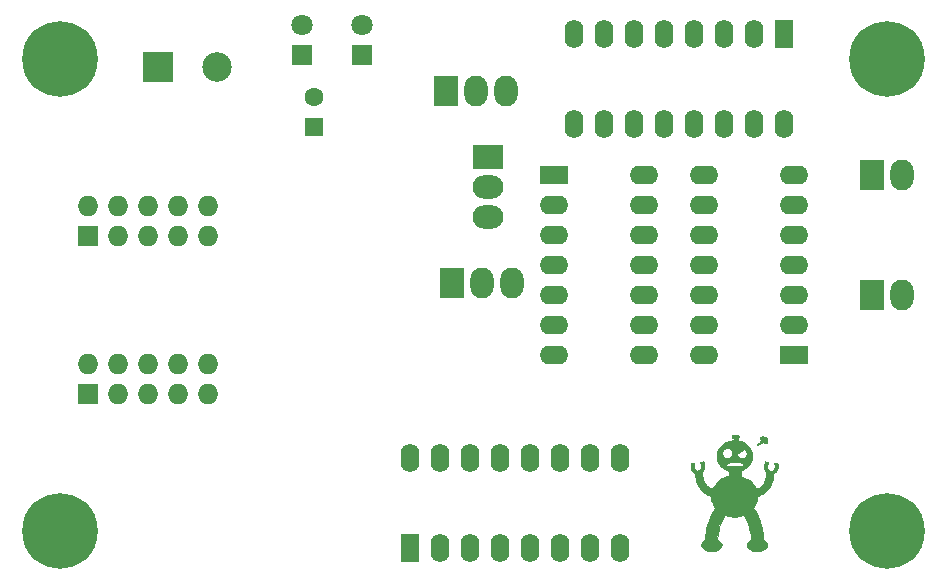
<source format=gts>
%TF.GenerationSoftware,KiCad,Pcbnew,(2017-10-29 revision a6f84051e)-master*%
%TF.CreationDate,2018-04-26T10:12:28+02:00*%
%TF.ProjectId,ledbox,6C6564626F782E6B696361645F706362,rev?*%
%TF.SameCoordinates,Original*%
%TF.FileFunction,Soldermask,Top*%
%TF.FilePolarity,Negative*%
%FSLAX46Y46*%
G04 Gerber Fmt 4.6, Leading zero omitted, Abs format (unit mm)*
G04 Created by KiCad (PCBNEW (2017-10-29 revision a6f84051e)-master) date Thursday, 26 April 2018 'AMt' 10:12:28*
%MOMM*%
%LPD*%
G01*
G04 APERTURE LIST*
%ADD10C,0.010000*%
%ADD11C,6.400000*%
%ADD12C,0.800000*%
%ADD13R,1.600000X1.600000*%
%ADD14C,1.600000*%
%ADD15R,1.800000X1.800000*%
%ADD16C,1.800000*%
%ADD17O,2.600000X2.000000*%
%ADD18R,2.600000X2.000000*%
%ADD19R,2.500000X2.500000*%
%ADD20C,2.500000*%
%ADD21R,2.000000X2.600000*%
%ADD22O,2.000000X2.600000*%
%ADD23R,1.600000X2.400000*%
%ADD24O,1.600000X2.400000*%
%ADD25R,2.400000X1.600000*%
%ADD26O,2.400000X1.600000*%
%ADD27O,1.727200X1.727200*%
%ADD28R,1.727200X1.727200*%
G04 APERTURE END LIST*
D10*
%TO.C,G\002A\002A\002A*%
G36*
X164468120Y-136964691D02*
X164511376Y-136989392D01*
X164535856Y-137022929D01*
X164550418Y-137051035D01*
X164559230Y-137067075D01*
X164559915Y-137068091D01*
X164572130Y-137065839D01*
X164599126Y-137056115D01*
X164608692Y-137052216D01*
X164664223Y-137035516D01*
X164709298Y-137038442D01*
X164750376Y-137061677D01*
X164757683Y-137067925D01*
X164791806Y-137113639D01*
X164806092Y-137167741D01*
X164799227Y-137222554D01*
X164788263Y-137246472D01*
X164765635Y-137284778D01*
X164813235Y-137329670D01*
X164845399Y-137365959D01*
X164854838Y-137392990D01*
X164854021Y-137397456D01*
X164845875Y-137427283D01*
X164838825Y-137455475D01*
X164822622Y-137488976D01*
X164798410Y-137515800D01*
X164759048Y-137536977D01*
X164715653Y-137539475D01*
X164664620Y-137522712D01*
X164602347Y-137486105D01*
X164598399Y-137483418D01*
X164514292Y-137425837D01*
X164340421Y-137517129D01*
X164272381Y-137552928D01*
X164205087Y-137588465D01*
X164145070Y-137620283D01*
X164098862Y-137644923D01*
X164087718Y-137650910D01*
X164043670Y-137674423D01*
X164016844Y-137687480D01*
X164002142Y-137691756D01*
X163994469Y-137688926D01*
X163990148Y-137682963D01*
X163995925Y-137670366D01*
X164016200Y-137642896D01*
X164048069Y-137604178D01*
X164088624Y-137557836D01*
X164104698Y-137540088D01*
X164153102Y-137486767D01*
X164199470Y-137435083D01*
X164239021Y-137390403D01*
X164266974Y-137358097D01*
X164270305Y-137354130D01*
X164314913Y-137300610D01*
X164280794Y-137230873D01*
X164260966Y-137185552D01*
X164252941Y-137150472D01*
X164254512Y-137114682D01*
X164255764Y-137106593D01*
X164273986Y-137055519D01*
X164307362Y-137009679D01*
X164349801Y-136975084D01*
X164395212Y-136957744D01*
X164407557Y-136956800D01*
X164468120Y-136964691D01*
X164468120Y-136964691D01*
G37*
X164468120Y-136964691D02*
X164511376Y-136989392D01*
X164535856Y-137022929D01*
X164550418Y-137051035D01*
X164559230Y-137067075D01*
X164559915Y-137068091D01*
X164572130Y-137065839D01*
X164599126Y-137056115D01*
X164608692Y-137052216D01*
X164664223Y-137035516D01*
X164709298Y-137038442D01*
X164750376Y-137061677D01*
X164757683Y-137067925D01*
X164791806Y-137113639D01*
X164806092Y-137167741D01*
X164799227Y-137222554D01*
X164788263Y-137246472D01*
X164765635Y-137284778D01*
X164813235Y-137329670D01*
X164845399Y-137365959D01*
X164854838Y-137392990D01*
X164854021Y-137397456D01*
X164845875Y-137427283D01*
X164838825Y-137455475D01*
X164822622Y-137488976D01*
X164798410Y-137515800D01*
X164759048Y-137536977D01*
X164715653Y-137539475D01*
X164664620Y-137522712D01*
X164602347Y-137486105D01*
X164598399Y-137483418D01*
X164514292Y-137425837D01*
X164340421Y-137517129D01*
X164272381Y-137552928D01*
X164205087Y-137588465D01*
X164145070Y-137620283D01*
X164098862Y-137644923D01*
X164087718Y-137650910D01*
X164043670Y-137674423D01*
X164016844Y-137687480D01*
X164002142Y-137691756D01*
X163994469Y-137688926D01*
X163990148Y-137682963D01*
X163995925Y-137670366D01*
X164016200Y-137642896D01*
X164048069Y-137604178D01*
X164088624Y-137557836D01*
X164104698Y-137540088D01*
X164153102Y-137486767D01*
X164199470Y-137435083D01*
X164239021Y-137390403D01*
X164266974Y-137358097D01*
X164270305Y-137354130D01*
X164314913Y-137300610D01*
X164280794Y-137230873D01*
X164260966Y-137185552D01*
X164252941Y-137150472D01*
X164254512Y-137114682D01*
X164255764Y-137106593D01*
X164273986Y-137055519D01*
X164307362Y-137009679D01*
X164349801Y-136975084D01*
X164395212Y-136957744D01*
X164407557Y-136956800D01*
X164468120Y-136964691D01*
G36*
X162198336Y-136811315D02*
X162243302Y-136813722D01*
X162276014Y-136819031D01*
X162303041Y-136828307D01*
X162330750Y-136842500D01*
X162386358Y-136883102D01*
X162418627Y-136928094D01*
X162427078Y-136975402D01*
X162411231Y-137022950D01*
X162380946Y-137059570D01*
X162362336Y-137078220D01*
X162351346Y-137095846D01*
X162346285Y-137119367D01*
X162345461Y-137155706D01*
X162346749Y-137199541D01*
X162350450Y-137304109D01*
X162426650Y-137321181D01*
X162608285Y-137373351D01*
X162780363Y-137445539D01*
X162940647Y-137536045D01*
X163086900Y-137643172D01*
X163216883Y-137765220D01*
X163328360Y-137900493D01*
X163419094Y-138047291D01*
X163440871Y-138091061D01*
X163499427Y-138241353D01*
X163538543Y-138399994D01*
X163557772Y-138562051D01*
X163556670Y-138722588D01*
X163534791Y-138876669D01*
X163517788Y-138943472D01*
X163468405Y-139078976D01*
X163400908Y-139215876D01*
X163319584Y-139347079D01*
X163228721Y-139465492D01*
X163155212Y-139543246D01*
X163087548Y-139601589D01*
X163006312Y-139662052D01*
X162917481Y-139720956D01*
X162827029Y-139774620D01*
X162740932Y-139819364D01*
X162665166Y-139851507D01*
X162642550Y-139858993D01*
X162591750Y-139874233D01*
X162588306Y-140115571D01*
X162584863Y-140356908D01*
X162708956Y-140391294D01*
X162918299Y-140460695D01*
X163111416Y-140548122D01*
X163287534Y-140652960D01*
X163445877Y-140774595D01*
X163585669Y-140912412D01*
X163706134Y-141065798D01*
X163806499Y-141234139D01*
X163827952Y-141277630D01*
X163853434Y-141328146D01*
X163876187Y-141359868D01*
X163901759Y-141374657D01*
X163935697Y-141374373D01*
X163983553Y-141360876D01*
X164027968Y-141344689D01*
X164139974Y-141290751D01*
X164250586Y-141215297D01*
X164355864Y-141122082D01*
X164451869Y-141014859D01*
X164534662Y-140897385D01*
X164577908Y-140820504D01*
X164609705Y-140752755D01*
X164642624Y-140673832D01*
X164673362Y-140592424D01*
X164698620Y-140517222D01*
X164713701Y-140463037D01*
X164726977Y-140400809D01*
X164740101Y-140329288D01*
X164752006Y-140255481D01*
X164761627Y-140186398D01*
X164767898Y-140129046D01*
X164769800Y-140094171D01*
X164773414Y-140059649D01*
X164782268Y-140035783D01*
X164783786Y-140033993D01*
X164786800Y-140019469D01*
X164774623Y-139993924D01*
X164745698Y-139954130D01*
X164744672Y-139952830D01*
X164670562Y-139841562D01*
X164617019Y-139719664D01*
X164602919Y-139674724D01*
X164589920Y-139623969D01*
X164582546Y-139578029D01*
X164580706Y-139530205D01*
X164584310Y-139473799D01*
X164593267Y-139402112D01*
X164598735Y-139364965D01*
X164614562Y-139270492D01*
X164630695Y-139193228D01*
X164646593Y-139135069D01*
X164661712Y-139097914D01*
X164675513Y-139083656D01*
X164679030Y-139084012D01*
X164698370Y-139089542D01*
X164736183Y-139098968D01*
X164786134Y-139110740D01*
X164818837Y-139118183D01*
X164871125Y-139130133D01*
X164913201Y-139140134D01*
X164939530Y-139146851D01*
X164945553Y-139148802D01*
X164941655Y-139160038D01*
X164926874Y-139185004D01*
X164916570Y-139200537D01*
X164878006Y-139273291D01*
X164850477Y-139358361D01*
X164836842Y-139444906D01*
X164837182Y-139501512D01*
X164855800Y-139600550D01*
X164890915Y-139689450D01*
X164940216Y-139764315D01*
X165001396Y-139821245D01*
X165039905Y-139843801D01*
X165083624Y-139857280D01*
X165139021Y-139864420D01*
X165159069Y-139864980D01*
X165242306Y-139852949D01*
X165316385Y-139817536D01*
X165380518Y-139759342D01*
X165433913Y-139678969D01*
X165451174Y-139642850D01*
X165462214Y-139602632D01*
X165469917Y-139545001D01*
X165474168Y-139477303D01*
X165474857Y-139406888D01*
X165471870Y-139341104D01*
X165465095Y-139287297D01*
X165457065Y-139258267D01*
X165446711Y-139230110D01*
X165443854Y-139214441D01*
X165444365Y-139213616D01*
X165458307Y-139212979D01*
X165491954Y-139213645D01*
X165539651Y-139215461D01*
X165575777Y-139217198D01*
X165702304Y-139223750D01*
X165718390Y-139299950D01*
X165725645Y-139348602D01*
X165730863Y-139411353D01*
X165733199Y-139476928D01*
X165733197Y-139496800D01*
X165720964Y-139633117D01*
X165686775Y-139757449D01*
X165629846Y-139871839D01*
X165549396Y-139978331D01*
X165548344Y-139979504D01*
X165508593Y-140017818D01*
X165459161Y-140057092D01*
X165406954Y-140092631D01*
X165358880Y-140119736D01*
X165321845Y-140133711D01*
X165321480Y-140133783D01*
X165299551Y-140144339D01*
X165294031Y-140158885D01*
X165306379Y-140168980D01*
X165315240Y-140169900D01*
X165334266Y-140173508D01*
X165346085Y-140186738D01*
X165351253Y-140213194D01*
X165350329Y-140256484D01*
X165343870Y-140320211D01*
X165341486Y-140339523D01*
X165305603Y-140541555D01*
X165249430Y-140746732D01*
X165175304Y-140946662D01*
X165166598Y-140966955D01*
X165072236Y-141155625D01*
X164959844Y-141330724D01*
X164831215Y-141490549D01*
X164688145Y-141633392D01*
X164532426Y-141757550D01*
X164365855Y-141861316D01*
X164190224Y-141942984D01*
X164109400Y-141971849D01*
X164001450Y-142006878D01*
X163992197Y-142120264D01*
X163963798Y-142313337D01*
X163910427Y-142505192D01*
X163832514Y-142694596D01*
X163730487Y-142880320D01*
X163723739Y-142891111D01*
X163653623Y-143002473D01*
X163712296Y-143087961D01*
X163799613Y-143224901D01*
X163888180Y-143381990D01*
X163975706Y-143554226D01*
X164059898Y-143736607D01*
X164138465Y-143924130D01*
X164209116Y-144111794D01*
X164269557Y-144294596D01*
X164278050Y-144322800D01*
X164301034Y-144400324D01*
X164319143Y-144462131D01*
X164333768Y-144513679D01*
X164346300Y-144560426D01*
X164358131Y-144607833D01*
X164370652Y-144661359D01*
X164385253Y-144726462D01*
X164403327Y-144808601D01*
X164412367Y-144849850D01*
X164432260Y-144949495D01*
X164452653Y-145067492D01*
X164472553Y-145196835D01*
X164490967Y-145330519D01*
X164506903Y-145461539D01*
X164519367Y-145582890D01*
X164523923Y-145636908D01*
X164532229Y-145744972D01*
X164584339Y-145775639D01*
X164628562Y-145807103D01*
X164678854Y-145851213D01*
X164729026Y-145901624D01*
X164772886Y-145951988D01*
X164804243Y-145995958D01*
X164810608Y-146007606D01*
X164826767Y-146056167D01*
X164834342Y-146120811D01*
X164835194Y-146152697D01*
X164831062Y-146225135D01*
X164815354Y-146286153D01*
X164784961Y-146342521D01*
X164736770Y-146401004D01*
X164707270Y-146430968D01*
X164642905Y-146486440D01*
X164569683Y-146534216D01*
X164482282Y-146577263D01*
X164375380Y-146618549D01*
X164363400Y-146622699D01*
X164242750Y-146664131D01*
X163976050Y-146664015D01*
X163885651Y-146663801D01*
X163816075Y-146662980D01*
X163762747Y-146661147D01*
X163721089Y-146657898D01*
X163686525Y-146652826D01*
X163654480Y-146645529D01*
X163620377Y-146635601D01*
X163606945Y-146631379D01*
X163474220Y-146581417D01*
X163359834Y-146522165D01*
X163265005Y-146454775D01*
X163190950Y-146380398D01*
X163138886Y-146300187D01*
X163110030Y-146215293D01*
X163104285Y-146155634D01*
X163116504Y-146071802D01*
X163151442Y-145988944D01*
X163206518Y-145910308D01*
X163279152Y-145839143D01*
X163366766Y-145778695D01*
X163428307Y-145747660D01*
X163464765Y-145731647D01*
X163458326Y-145538398D01*
X163455818Y-145473592D01*
X163452565Y-145415859D01*
X163447984Y-145360453D01*
X163441494Y-145302627D01*
X163432512Y-145237634D01*
X163420455Y-145160728D01*
X163404742Y-145067164D01*
X163390206Y-144983200D01*
X163345397Y-144765776D01*
X163287797Y-144550796D01*
X163219001Y-144342544D01*
X163140602Y-144145303D01*
X163054194Y-143963357D01*
X162961372Y-143800991D01*
X162935470Y-143761143D01*
X162896057Y-143701623D01*
X162867575Y-143660057D01*
X162845612Y-143634153D01*
X162825761Y-143621619D01*
X162803612Y-143620164D01*
X162774754Y-143627495D01*
X162734779Y-143641322D01*
X162716744Y-143647473D01*
X162659913Y-143664582D01*
X162587239Y-143683734D01*
X162507904Y-143702636D01*
X162431093Y-143718992D01*
X162428107Y-143719580D01*
X162365477Y-143731529D01*
X162313497Y-143740217D01*
X162266264Y-143746036D01*
X162217875Y-143749375D01*
X162162426Y-143750626D01*
X162094015Y-143750181D01*
X162006738Y-143748431D01*
X161996307Y-143748188D01*
X161900057Y-143745521D01*
X161822395Y-143741953D01*
X161756507Y-143736581D01*
X161695583Y-143728501D01*
X161632808Y-143716807D01*
X161561371Y-143700598D01*
X161474460Y-143678967D01*
X161474150Y-143678888D01*
X161418240Y-143663116D01*
X161359479Y-143644203D01*
X161330818Y-143633895D01*
X161293908Y-143620787D01*
X161268187Y-143613493D01*
X161260456Y-143613114D01*
X161251907Y-143625076D01*
X161232586Y-143651807D01*
X161206662Y-143687539D01*
X161206472Y-143687800D01*
X161105682Y-143842541D01*
X161011747Y-144018590D01*
X160925720Y-144212528D01*
X160848653Y-144420935D01*
X160781602Y-144640389D01*
X160725618Y-144867472D01*
X160681756Y-145098763D01*
X160651069Y-145330841D01*
X160635383Y-145542000D01*
X160627109Y-145726150D01*
X160700295Y-145763726D01*
X160800627Y-145825374D01*
X160880997Y-145896311D01*
X160940074Y-145974762D01*
X160976532Y-146058955D01*
X160989040Y-146147116D01*
X160989035Y-146149183D01*
X160976169Y-146239726D01*
X160939303Y-146325171D01*
X160879503Y-146404515D01*
X160797839Y-146476754D01*
X160695376Y-146540886D01*
X160573184Y-146595906D01*
X160480396Y-146627295D01*
X160429429Y-146641349D01*
X160381485Y-146651303D01*
X160329599Y-146658042D01*
X160266804Y-146662451D01*
X160186133Y-146665414D01*
X160178750Y-146665614D01*
X160104304Y-146666760D01*
X160031965Y-146666402D01*
X159968790Y-146664673D01*
X159921837Y-146661705D01*
X159912050Y-146660603D01*
X159790942Y-146636807D01*
X159673878Y-146599073D01*
X159564579Y-146549567D01*
X159466765Y-146490452D01*
X159384155Y-146423892D01*
X159320469Y-146352052D01*
X159288128Y-146297650D01*
X159262171Y-146213962D01*
X159258293Y-146125341D01*
X159275747Y-146037996D01*
X159313789Y-145958140D01*
X159331899Y-145933021D01*
X159369826Y-145891097D01*
X159418762Y-145844562D01*
X159471231Y-145799889D01*
X159519755Y-145763555D01*
X159546925Y-145746786D01*
X159561204Y-145736934D01*
X159569747Y-145722133D01*
X159574000Y-145696423D01*
X159575409Y-145653842D01*
X159575500Y-145628927D01*
X159578040Y-145563844D01*
X159585205Y-145478801D01*
X159596309Y-145378675D01*
X159610667Y-145268345D01*
X159627594Y-145152690D01*
X159646405Y-145036587D01*
X159666415Y-144924915D01*
X159686938Y-144822552D01*
X159692055Y-144799050D01*
X159781584Y-144442505D01*
X159887871Y-144104923D01*
X160010989Y-143786110D01*
X160151016Y-143485874D01*
X160308027Y-143204023D01*
X160339306Y-143153298D01*
X160372114Y-143099605D01*
X160399273Y-143052638D01*
X160418191Y-143017064D01*
X160426279Y-142997548D01*
X160426400Y-142996412D01*
X160418831Y-142975252D01*
X160400280Y-142946799D01*
X160396971Y-142942649D01*
X160369225Y-142903819D01*
X160334957Y-142848464D01*
X160297936Y-142783281D01*
X160261930Y-142714969D01*
X160230707Y-142650224D01*
X160224160Y-142635538D01*
X160167226Y-142480114D01*
X160124949Y-142309816D01*
X160102617Y-142165074D01*
X160095032Y-142104221D01*
X160087309Y-142052687D01*
X160080316Y-142015663D01*
X160074925Y-141998339D01*
X160074614Y-141997984D01*
X160058246Y-141989999D01*
X160024190Y-141977625D01*
X159979228Y-141963288D01*
X159970221Y-141960605D01*
X159916134Y-141941876D01*
X159850715Y-141915125D01*
X159784718Y-141884875D01*
X159756693Y-141870805D01*
X159579194Y-141764335D01*
X159415594Y-141637237D01*
X159266869Y-141490752D01*
X159133998Y-141326122D01*
X159017960Y-141144586D01*
X158919733Y-140947388D01*
X158840294Y-140735766D01*
X158826385Y-140690600D01*
X158805236Y-140612213D01*
X158784254Y-140521899D01*
X158765024Y-140427691D01*
X158749131Y-140337624D01*
X158738159Y-140259732D01*
X158734960Y-140227165D01*
X158734078Y-140194293D01*
X158741388Y-140178374D01*
X158761647Y-140171193D01*
X158768057Y-140170015D01*
X158794221Y-140160877D01*
X158809698Y-140147742D01*
X158810522Y-140136202D01*
X158795146Y-140131800D01*
X158773595Y-140126288D01*
X158737992Y-140111942D01*
X158702012Y-140094825D01*
X158611285Y-140035213D01*
X158529742Y-139955191D01*
X158460319Y-139858972D01*
X158405951Y-139750764D01*
X158369575Y-139634779D01*
X158364732Y-139611100D01*
X158357945Y-139563565D01*
X158355705Y-139513314D01*
X158358002Y-139452815D01*
X158364449Y-139378291D01*
X158371009Y-139318990D01*
X158377656Y-139269226D01*
X158383604Y-139234290D01*
X158387998Y-139219541D01*
X158402664Y-139215917D01*
X158435288Y-139212344D01*
X158479427Y-139209119D01*
X158528639Y-139206539D01*
X158576481Y-139204900D01*
X158616511Y-139204499D01*
X158642285Y-139205632D01*
X158648399Y-139207554D01*
X158645018Y-139221584D01*
X158636285Y-139252367D01*
X158627540Y-139281769D01*
X158608404Y-139378840D01*
X158607474Y-139477308D01*
X158623353Y-139572835D01*
X158654644Y-139661082D01*
X158699950Y-139737711D01*
X158757875Y-139798383D01*
X158803469Y-139828163D01*
X158859033Y-139846174D01*
X158926648Y-139852928D01*
X158995605Y-139848442D01*
X159055194Y-139832734D01*
X159066033Y-139827748D01*
X159128596Y-139782310D01*
X159181472Y-139716774D01*
X159222219Y-139635387D01*
X159248398Y-139542394D01*
X159254591Y-139499685D01*
X159253799Y-139433782D01*
X159241133Y-139358020D01*
X159219177Y-139283419D01*
X159190519Y-139221002D01*
X159188345Y-139217400D01*
X159168818Y-139185550D01*
X159154408Y-139161784D01*
X159152250Y-139158157D01*
X159157971Y-139148732D01*
X159185724Y-139136841D01*
X159236671Y-139122066D01*
X159285079Y-139110176D01*
X159341497Y-139097468D01*
X159388177Y-139087939D01*
X159420004Y-139082566D01*
X159431768Y-139082134D01*
X159437652Y-139097175D01*
X159442896Y-139120260D01*
X159452453Y-139159009D01*
X159461352Y-139186049D01*
X159467504Y-139210805D01*
X159475349Y-139254863D01*
X159483933Y-139312268D01*
X159492303Y-139377060D01*
X159493306Y-139385547D01*
X159501458Y-139461625D01*
X159505522Y-139518775D01*
X159505611Y-139563121D01*
X159501839Y-139600787D01*
X159497725Y-139622941D01*
X159476132Y-139697647D01*
X159443411Y-139778789D01*
X159403964Y-139857051D01*
X159362192Y-139923117D01*
X159346331Y-139943435D01*
X159318844Y-139977282D01*
X159305057Y-140001273D01*
X159302025Y-140024738D01*
X159306804Y-140057008D01*
X159308215Y-140064212D01*
X159315216Y-140102829D01*
X159324451Y-140158118D01*
X159334532Y-140221612D01*
X159341161Y-140265150D01*
X159383029Y-140470868D01*
X159444878Y-140661214D01*
X159526630Y-140835974D01*
X159600017Y-140955318D01*
X159645832Y-141015134D01*
X159703746Y-141080471D01*
X159767550Y-141145123D01*
X159831036Y-141202881D01*
X159887992Y-141247536D01*
X159901112Y-141256329D01*
X159963503Y-141292045D01*
X160032815Y-141325018D01*
X160100607Y-141351678D01*
X160158442Y-141368458D01*
X160172226Y-141370978D01*
X160195912Y-141373512D01*
X160211954Y-141369354D01*
X160225361Y-141353847D01*
X160241140Y-141322333D01*
X160252862Y-141295999D01*
X160310184Y-141186109D01*
X160386398Y-141070294D01*
X160477351Y-140953313D01*
X160578893Y-140839926D01*
X160686869Y-140734892D01*
X160797130Y-140642971D01*
X160864550Y-140594830D01*
X161050739Y-140484350D01*
X161248102Y-140392056D01*
X161450308Y-140320740D01*
X161541144Y-140296249D01*
X161595439Y-140283048D01*
X161591944Y-140084144D01*
X161588450Y-139885239D01*
X161531300Y-139868807D01*
X161441444Y-139836093D01*
X161341218Y-139787976D01*
X161236874Y-139728257D01*
X161134664Y-139660737D01*
X161040841Y-139589218D01*
X160974770Y-139530467D01*
X160872980Y-139417662D01*
X161378900Y-139417662D01*
X161388116Y-139473168D01*
X161416061Y-139511644D01*
X161463176Y-139533688D01*
X161464858Y-139534094D01*
X161477821Y-139531424D01*
X161509197Y-139523618D01*
X161552891Y-139512207D01*
X161565603Y-139508815D01*
X161612598Y-139495825D01*
X161649836Y-139484795D01*
X161670681Y-139477710D01*
X161672478Y-139476836D01*
X161692358Y-139471171D01*
X161732343Y-139464516D01*
X161787183Y-139457398D01*
X161851628Y-139450349D01*
X161920428Y-139443896D01*
X161988334Y-139438569D01*
X162050095Y-139434897D01*
X162100463Y-139433409D01*
X162103310Y-139433401D01*
X162174477Y-139435519D01*
X162255764Y-139441428D01*
X162340583Y-139450304D01*
X162422346Y-139461321D01*
X162494466Y-139473653D01*
X162550355Y-139486474D01*
X162566350Y-139491435D01*
X162610896Y-139502236D01*
X162663275Y-139508607D01*
X162682903Y-139509315D01*
X162737434Y-139502478D01*
X162773980Y-139480084D01*
X162794585Y-139439845D01*
X162801291Y-139379473D01*
X162801300Y-139376813D01*
X162797364Y-139333804D01*
X162783270Y-139298724D01*
X162755589Y-139267919D01*
X162710892Y-139237737D01*
X162645749Y-139204526D01*
X162634706Y-139199382D01*
X162530311Y-139157859D01*
X162421467Y-139128774D01*
X162302315Y-139111027D01*
X162166995Y-139103519D01*
X162121316Y-139103100D01*
X161956364Y-139110334D01*
X161810367Y-139132487D01*
X161681249Y-139170238D01*
X161566935Y-139224262D01*
X161465347Y-139295238D01*
X161426525Y-139329745D01*
X161395113Y-139364533D01*
X161381030Y-139395675D01*
X161378900Y-139417662D01*
X160872980Y-139417662D01*
X160857970Y-139401028D01*
X160761090Y-139259487D01*
X160684594Y-139108345D01*
X160628947Y-138950106D01*
X160594616Y-138787273D01*
X160582065Y-138622350D01*
X160591760Y-138457839D01*
X160606894Y-138382375D01*
X161038510Y-138382375D01*
X161041216Y-138436486D01*
X161047050Y-138488185D01*
X161055170Y-138531542D01*
X161064731Y-138560625D01*
X161073623Y-138569700D01*
X161084433Y-138580367D01*
X161091287Y-138598275D01*
X161107910Y-138630198D01*
X161140192Y-138668790D01*
X161181905Y-138707828D01*
X161226821Y-138741088D01*
X161244749Y-138751628D01*
X161343691Y-138792088D01*
X161444446Y-138807665D01*
X161550266Y-138798828D01*
X161559249Y-138797039D01*
X161653912Y-138764793D01*
X161738313Y-138710771D01*
X161809111Y-138637636D01*
X161857717Y-138559152D01*
X161876093Y-138517506D01*
X161884401Y-138488048D01*
X162256452Y-138488048D01*
X162261932Y-138516432D01*
X162265327Y-138528022D01*
X162292635Y-138587948D01*
X162336746Y-138650240D01*
X162391314Y-138706810D01*
X162428524Y-138736089D01*
X162518641Y-138783176D01*
X162617259Y-138806384D01*
X162724085Y-138805662D01*
X162778449Y-138796745D01*
X162871773Y-138765610D01*
X162950968Y-138714267D01*
X163017135Y-138641788D01*
X163069519Y-138551251D01*
X163087079Y-138510941D01*
X163097402Y-138476821D01*
X163102000Y-138439853D01*
X163102385Y-138391004D01*
X163101499Y-138360150D01*
X163097600Y-138295064D01*
X163090045Y-138247070D01*
X163077232Y-138207941D01*
X163068133Y-138188700D01*
X163041149Y-138144630D01*
X163007292Y-138100859D01*
X162971500Y-138062621D01*
X162938710Y-138035146D01*
X162913861Y-138023670D01*
X162912349Y-138023600D01*
X162895081Y-138030644D01*
X162860800Y-138050269D01*
X162813103Y-138080208D01*
X162755587Y-138118197D01*
X162691850Y-138161971D01*
X162685422Y-138166475D01*
X162618876Y-138213069D01*
X162556210Y-138256743D01*
X162501637Y-138294575D01*
X162459372Y-138323642D01*
X162433628Y-138341025D01*
X162433515Y-138341100D01*
X162341876Y-138404515D01*
X162282726Y-138450554D01*
X162262575Y-138469689D01*
X162256452Y-138488048D01*
X161884401Y-138488048D01*
X161886815Y-138479490D01*
X161891814Y-138435256D01*
X161893022Y-138379200D01*
X161891682Y-138319421D01*
X161886186Y-138274558D01*
X161874530Y-138234219D01*
X161857237Y-138193448D01*
X161803378Y-138104649D01*
X161733160Y-138034971D01*
X161647884Y-137985282D01*
X161548852Y-137956445D01*
X161491232Y-137949913D01*
X161395092Y-137951312D01*
X161313681Y-137969162D01*
X161240764Y-138005572D01*
X161176868Y-138056306D01*
X161113816Y-138123831D01*
X161071998Y-138192511D01*
X161047931Y-138269347D01*
X161039778Y-138331783D01*
X161038510Y-138382375D01*
X160606894Y-138382375D01*
X160624168Y-138296245D01*
X160679752Y-138140070D01*
X160705955Y-138084809D01*
X160794697Y-137935698D01*
X160903920Y-137794693D01*
X161028864Y-137667207D01*
X161164771Y-137558655D01*
X161174097Y-137552229D01*
X161308967Y-137471915D01*
X161459108Y-137402913D01*
X161616396Y-137348282D01*
X161772706Y-137311082D01*
X161842450Y-137300616D01*
X161914062Y-137292188D01*
X161964311Y-137285471D01*
X161996954Y-137278422D01*
X162015749Y-137268994D01*
X162024453Y-137255144D01*
X162026825Y-137234827D01*
X162026620Y-137205999D01*
X162026600Y-137200409D01*
X162025885Y-137158909D01*
X162021222Y-137135323D01*
X162008836Y-137122164D01*
X161984950Y-137111945D01*
X161981309Y-137110625D01*
X161942151Y-137091214D01*
X161901410Y-137063444D01*
X161892409Y-137055958D01*
X161858154Y-137013009D01*
X161848438Y-136967316D01*
X161862806Y-136920659D01*
X161900805Y-136874819D01*
X161947433Y-136840232D01*
X161971450Y-136826975D01*
X161996454Y-136818375D01*
X162028643Y-136813456D01*
X162074215Y-136811240D01*
X162134550Y-136810750D01*
X162198336Y-136811315D01*
X162198336Y-136811315D01*
G37*
X162198336Y-136811315D02*
X162243302Y-136813722D01*
X162276014Y-136819031D01*
X162303041Y-136828307D01*
X162330750Y-136842500D01*
X162386358Y-136883102D01*
X162418627Y-136928094D01*
X162427078Y-136975402D01*
X162411231Y-137022950D01*
X162380946Y-137059570D01*
X162362336Y-137078220D01*
X162351346Y-137095846D01*
X162346285Y-137119367D01*
X162345461Y-137155706D01*
X162346749Y-137199541D01*
X162350450Y-137304109D01*
X162426650Y-137321181D01*
X162608285Y-137373351D01*
X162780363Y-137445539D01*
X162940647Y-137536045D01*
X163086900Y-137643172D01*
X163216883Y-137765220D01*
X163328360Y-137900493D01*
X163419094Y-138047291D01*
X163440871Y-138091061D01*
X163499427Y-138241353D01*
X163538543Y-138399994D01*
X163557772Y-138562051D01*
X163556670Y-138722588D01*
X163534791Y-138876669D01*
X163517788Y-138943472D01*
X163468405Y-139078976D01*
X163400908Y-139215876D01*
X163319584Y-139347079D01*
X163228721Y-139465492D01*
X163155212Y-139543246D01*
X163087548Y-139601589D01*
X163006312Y-139662052D01*
X162917481Y-139720956D01*
X162827029Y-139774620D01*
X162740932Y-139819364D01*
X162665166Y-139851507D01*
X162642550Y-139858993D01*
X162591750Y-139874233D01*
X162588306Y-140115571D01*
X162584863Y-140356908D01*
X162708956Y-140391294D01*
X162918299Y-140460695D01*
X163111416Y-140548122D01*
X163287534Y-140652960D01*
X163445877Y-140774595D01*
X163585669Y-140912412D01*
X163706134Y-141065798D01*
X163806499Y-141234139D01*
X163827952Y-141277630D01*
X163853434Y-141328146D01*
X163876187Y-141359868D01*
X163901759Y-141374657D01*
X163935697Y-141374373D01*
X163983553Y-141360876D01*
X164027968Y-141344689D01*
X164139974Y-141290751D01*
X164250586Y-141215297D01*
X164355864Y-141122082D01*
X164451869Y-141014859D01*
X164534662Y-140897385D01*
X164577908Y-140820504D01*
X164609705Y-140752755D01*
X164642624Y-140673832D01*
X164673362Y-140592424D01*
X164698620Y-140517222D01*
X164713701Y-140463037D01*
X164726977Y-140400809D01*
X164740101Y-140329288D01*
X164752006Y-140255481D01*
X164761627Y-140186398D01*
X164767898Y-140129046D01*
X164769800Y-140094171D01*
X164773414Y-140059649D01*
X164782268Y-140035783D01*
X164783786Y-140033993D01*
X164786800Y-140019469D01*
X164774623Y-139993924D01*
X164745698Y-139954130D01*
X164744672Y-139952830D01*
X164670562Y-139841562D01*
X164617019Y-139719664D01*
X164602919Y-139674724D01*
X164589920Y-139623969D01*
X164582546Y-139578029D01*
X164580706Y-139530205D01*
X164584310Y-139473799D01*
X164593267Y-139402112D01*
X164598735Y-139364965D01*
X164614562Y-139270492D01*
X164630695Y-139193228D01*
X164646593Y-139135069D01*
X164661712Y-139097914D01*
X164675513Y-139083656D01*
X164679030Y-139084012D01*
X164698370Y-139089542D01*
X164736183Y-139098968D01*
X164786134Y-139110740D01*
X164818837Y-139118183D01*
X164871125Y-139130133D01*
X164913201Y-139140134D01*
X164939530Y-139146851D01*
X164945553Y-139148802D01*
X164941655Y-139160038D01*
X164926874Y-139185004D01*
X164916570Y-139200537D01*
X164878006Y-139273291D01*
X164850477Y-139358361D01*
X164836842Y-139444906D01*
X164837182Y-139501512D01*
X164855800Y-139600550D01*
X164890915Y-139689450D01*
X164940216Y-139764315D01*
X165001396Y-139821245D01*
X165039905Y-139843801D01*
X165083624Y-139857280D01*
X165139021Y-139864420D01*
X165159069Y-139864980D01*
X165242306Y-139852949D01*
X165316385Y-139817536D01*
X165380518Y-139759342D01*
X165433913Y-139678969D01*
X165451174Y-139642850D01*
X165462214Y-139602632D01*
X165469917Y-139545001D01*
X165474168Y-139477303D01*
X165474857Y-139406888D01*
X165471870Y-139341104D01*
X165465095Y-139287297D01*
X165457065Y-139258267D01*
X165446711Y-139230110D01*
X165443854Y-139214441D01*
X165444365Y-139213616D01*
X165458307Y-139212979D01*
X165491954Y-139213645D01*
X165539651Y-139215461D01*
X165575777Y-139217198D01*
X165702304Y-139223750D01*
X165718390Y-139299950D01*
X165725645Y-139348602D01*
X165730863Y-139411353D01*
X165733199Y-139476928D01*
X165733197Y-139496800D01*
X165720964Y-139633117D01*
X165686775Y-139757449D01*
X165629846Y-139871839D01*
X165549396Y-139978331D01*
X165548344Y-139979504D01*
X165508593Y-140017818D01*
X165459161Y-140057092D01*
X165406954Y-140092631D01*
X165358880Y-140119736D01*
X165321845Y-140133711D01*
X165321480Y-140133783D01*
X165299551Y-140144339D01*
X165294031Y-140158885D01*
X165306379Y-140168980D01*
X165315240Y-140169900D01*
X165334266Y-140173508D01*
X165346085Y-140186738D01*
X165351253Y-140213194D01*
X165350329Y-140256484D01*
X165343870Y-140320211D01*
X165341486Y-140339523D01*
X165305603Y-140541555D01*
X165249430Y-140746732D01*
X165175304Y-140946662D01*
X165166598Y-140966955D01*
X165072236Y-141155625D01*
X164959844Y-141330724D01*
X164831215Y-141490549D01*
X164688145Y-141633392D01*
X164532426Y-141757550D01*
X164365855Y-141861316D01*
X164190224Y-141942984D01*
X164109400Y-141971849D01*
X164001450Y-142006878D01*
X163992197Y-142120264D01*
X163963798Y-142313337D01*
X163910427Y-142505192D01*
X163832514Y-142694596D01*
X163730487Y-142880320D01*
X163723739Y-142891111D01*
X163653623Y-143002473D01*
X163712296Y-143087961D01*
X163799613Y-143224901D01*
X163888180Y-143381990D01*
X163975706Y-143554226D01*
X164059898Y-143736607D01*
X164138465Y-143924130D01*
X164209116Y-144111794D01*
X164269557Y-144294596D01*
X164278050Y-144322800D01*
X164301034Y-144400324D01*
X164319143Y-144462131D01*
X164333768Y-144513679D01*
X164346300Y-144560426D01*
X164358131Y-144607833D01*
X164370652Y-144661359D01*
X164385253Y-144726462D01*
X164403327Y-144808601D01*
X164412367Y-144849850D01*
X164432260Y-144949495D01*
X164452653Y-145067492D01*
X164472553Y-145196835D01*
X164490967Y-145330519D01*
X164506903Y-145461539D01*
X164519367Y-145582890D01*
X164523923Y-145636908D01*
X164532229Y-145744972D01*
X164584339Y-145775639D01*
X164628562Y-145807103D01*
X164678854Y-145851213D01*
X164729026Y-145901624D01*
X164772886Y-145951988D01*
X164804243Y-145995958D01*
X164810608Y-146007606D01*
X164826767Y-146056167D01*
X164834342Y-146120811D01*
X164835194Y-146152697D01*
X164831062Y-146225135D01*
X164815354Y-146286153D01*
X164784961Y-146342521D01*
X164736770Y-146401004D01*
X164707270Y-146430968D01*
X164642905Y-146486440D01*
X164569683Y-146534216D01*
X164482282Y-146577263D01*
X164375380Y-146618549D01*
X164363400Y-146622699D01*
X164242750Y-146664131D01*
X163976050Y-146664015D01*
X163885651Y-146663801D01*
X163816075Y-146662980D01*
X163762747Y-146661147D01*
X163721089Y-146657898D01*
X163686525Y-146652826D01*
X163654480Y-146645529D01*
X163620377Y-146635601D01*
X163606945Y-146631379D01*
X163474220Y-146581417D01*
X163359834Y-146522165D01*
X163265005Y-146454775D01*
X163190950Y-146380398D01*
X163138886Y-146300187D01*
X163110030Y-146215293D01*
X163104285Y-146155634D01*
X163116504Y-146071802D01*
X163151442Y-145988944D01*
X163206518Y-145910308D01*
X163279152Y-145839143D01*
X163366766Y-145778695D01*
X163428307Y-145747660D01*
X163464765Y-145731647D01*
X163458326Y-145538398D01*
X163455818Y-145473592D01*
X163452565Y-145415859D01*
X163447984Y-145360453D01*
X163441494Y-145302627D01*
X163432512Y-145237634D01*
X163420455Y-145160728D01*
X163404742Y-145067164D01*
X163390206Y-144983200D01*
X163345397Y-144765776D01*
X163287797Y-144550796D01*
X163219001Y-144342544D01*
X163140602Y-144145303D01*
X163054194Y-143963357D01*
X162961372Y-143800991D01*
X162935470Y-143761143D01*
X162896057Y-143701623D01*
X162867575Y-143660057D01*
X162845612Y-143634153D01*
X162825761Y-143621619D01*
X162803612Y-143620164D01*
X162774754Y-143627495D01*
X162734779Y-143641322D01*
X162716744Y-143647473D01*
X162659913Y-143664582D01*
X162587239Y-143683734D01*
X162507904Y-143702636D01*
X162431093Y-143718992D01*
X162428107Y-143719580D01*
X162365477Y-143731529D01*
X162313497Y-143740217D01*
X162266264Y-143746036D01*
X162217875Y-143749375D01*
X162162426Y-143750626D01*
X162094015Y-143750181D01*
X162006738Y-143748431D01*
X161996307Y-143748188D01*
X161900057Y-143745521D01*
X161822395Y-143741953D01*
X161756507Y-143736581D01*
X161695583Y-143728501D01*
X161632808Y-143716807D01*
X161561371Y-143700598D01*
X161474460Y-143678967D01*
X161474150Y-143678888D01*
X161418240Y-143663116D01*
X161359479Y-143644203D01*
X161330818Y-143633895D01*
X161293908Y-143620787D01*
X161268187Y-143613493D01*
X161260456Y-143613114D01*
X161251907Y-143625076D01*
X161232586Y-143651807D01*
X161206662Y-143687539D01*
X161206472Y-143687800D01*
X161105682Y-143842541D01*
X161011747Y-144018590D01*
X160925720Y-144212528D01*
X160848653Y-144420935D01*
X160781602Y-144640389D01*
X160725618Y-144867472D01*
X160681756Y-145098763D01*
X160651069Y-145330841D01*
X160635383Y-145542000D01*
X160627109Y-145726150D01*
X160700295Y-145763726D01*
X160800627Y-145825374D01*
X160880997Y-145896311D01*
X160940074Y-145974762D01*
X160976532Y-146058955D01*
X160989040Y-146147116D01*
X160989035Y-146149183D01*
X160976169Y-146239726D01*
X160939303Y-146325171D01*
X160879503Y-146404515D01*
X160797839Y-146476754D01*
X160695376Y-146540886D01*
X160573184Y-146595906D01*
X160480396Y-146627295D01*
X160429429Y-146641349D01*
X160381485Y-146651303D01*
X160329599Y-146658042D01*
X160266804Y-146662451D01*
X160186133Y-146665414D01*
X160178750Y-146665614D01*
X160104304Y-146666760D01*
X160031965Y-146666402D01*
X159968790Y-146664673D01*
X159921837Y-146661705D01*
X159912050Y-146660603D01*
X159790942Y-146636807D01*
X159673878Y-146599073D01*
X159564579Y-146549567D01*
X159466765Y-146490452D01*
X159384155Y-146423892D01*
X159320469Y-146352052D01*
X159288128Y-146297650D01*
X159262171Y-146213962D01*
X159258293Y-146125341D01*
X159275747Y-146037996D01*
X159313789Y-145958140D01*
X159331899Y-145933021D01*
X159369826Y-145891097D01*
X159418762Y-145844562D01*
X159471231Y-145799889D01*
X159519755Y-145763555D01*
X159546925Y-145746786D01*
X159561204Y-145736934D01*
X159569747Y-145722133D01*
X159574000Y-145696423D01*
X159575409Y-145653842D01*
X159575500Y-145628927D01*
X159578040Y-145563844D01*
X159585205Y-145478801D01*
X159596309Y-145378675D01*
X159610667Y-145268345D01*
X159627594Y-145152690D01*
X159646405Y-145036587D01*
X159666415Y-144924915D01*
X159686938Y-144822552D01*
X159692055Y-144799050D01*
X159781584Y-144442505D01*
X159887871Y-144104923D01*
X160010989Y-143786110D01*
X160151016Y-143485874D01*
X160308027Y-143204023D01*
X160339306Y-143153298D01*
X160372114Y-143099605D01*
X160399273Y-143052638D01*
X160418191Y-143017064D01*
X160426279Y-142997548D01*
X160426400Y-142996412D01*
X160418831Y-142975252D01*
X160400280Y-142946799D01*
X160396971Y-142942649D01*
X160369225Y-142903819D01*
X160334957Y-142848464D01*
X160297936Y-142783281D01*
X160261930Y-142714969D01*
X160230707Y-142650224D01*
X160224160Y-142635538D01*
X160167226Y-142480114D01*
X160124949Y-142309816D01*
X160102617Y-142165074D01*
X160095032Y-142104221D01*
X160087309Y-142052687D01*
X160080316Y-142015663D01*
X160074925Y-141998339D01*
X160074614Y-141997984D01*
X160058246Y-141989999D01*
X160024190Y-141977625D01*
X159979228Y-141963288D01*
X159970221Y-141960605D01*
X159916134Y-141941876D01*
X159850715Y-141915125D01*
X159784718Y-141884875D01*
X159756693Y-141870805D01*
X159579194Y-141764335D01*
X159415594Y-141637237D01*
X159266869Y-141490752D01*
X159133998Y-141326122D01*
X159017960Y-141144586D01*
X158919733Y-140947388D01*
X158840294Y-140735766D01*
X158826385Y-140690600D01*
X158805236Y-140612213D01*
X158784254Y-140521899D01*
X158765024Y-140427691D01*
X158749131Y-140337624D01*
X158738159Y-140259732D01*
X158734960Y-140227165D01*
X158734078Y-140194293D01*
X158741388Y-140178374D01*
X158761647Y-140171193D01*
X158768057Y-140170015D01*
X158794221Y-140160877D01*
X158809698Y-140147742D01*
X158810522Y-140136202D01*
X158795146Y-140131800D01*
X158773595Y-140126288D01*
X158737992Y-140111942D01*
X158702012Y-140094825D01*
X158611285Y-140035213D01*
X158529742Y-139955191D01*
X158460319Y-139858972D01*
X158405951Y-139750764D01*
X158369575Y-139634779D01*
X158364732Y-139611100D01*
X158357945Y-139563565D01*
X158355705Y-139513314D01*
X158358002Y-139452815D01*
X158364449Y-139378291D01*
X158371009Y-139318990D01*
X158377656Y-139269226D01*
X158383604Y-139234290D01*
X158387998Y-139219541D01*
X158402664Y-139215917D01*
X158435288Y-139212344D01*
X158479427Y-139209119D01*
X158528639Y-139206539D01*
X158576481Y-139204900D01*
X158616511Y-139204499D01*
X158642285Y-139205632D01*
X158648399Y-139207554D01*
X158645018Y-139221584D01*
X158636285Y-139252367D01*
X158627540Y-139281769D01*
X158608404Y-139378840D01*
X158607474Y-139477308D01*
X158623353Y-139572835D01*
X158654644Y-139661082D01*
X158699950Y-139737711D01*
X158757875Y-139798383D01*
X158803469Y-139828163D01*
X158859033Y-139846174D01*
X158926648Y-139852928D01*
X158995605Y-139848442D01*
X159055194Y-139832734D01*
X159066033Y-139827748D01*
X159128596Y-139782310D01*
X159181472Y-139716774D01*
X159222219Y-139635387D01*
X159248398Y-139542394D01*
X159254591Y-139499685D01*
X159253799Y-139433782D01*
X159241133Y-139358020D01*
X159219177Y-139283419D01*
X159190519Y-139221002D01*
X159188345Y-139217400D01*
X159168818Y-139185550D01*
X159154408Y-139161784D01*
X159152250Y-139158157D01*
X159157971Y-139148732D01*
X159185724Y-139136841D01*
X159236671Y-139122066D01*
X159285079Y-139110176D01*
X159341497Y-139097468D01*
X159388177Y-139087939D01*
X159420004Y-139082566D01*
X159431768Y-139082134D01*
X159437652Y-139097175D01*
X159442896Y-139120260D01*
X159452453Y-139159009D01*
X159461352Y-139186049D01*
X159467504Y-139210805D01*
X159475349Y-139254863D01*
X159483933Y-139312268D01*
X159492303Y-139377060D01*
X159493306Y-139385547D01*
X159501458Y-139461625D01*
X159505522Y-139518775D01*
X159505611Y-139563121D01*
X159501839Y-139600787D01*
X159497725Y-139622941D01*
X159476132Y-139697647D01*
X159443411Y-139778789D01*
X159403964Y-139857051D01*
X159362192Y-139923117D01*
X159346331Y-139943435D01*
X159318844Y-139977282D01*
X159305057Y-140001273D01*
X159302025Y-140024738D01*
X159306804Y-140057008D01*
X159308215Y-140064212D01*
X159315216Y-140102829D01*
X159324451Y-140158118D01*
X159334532Y-140221612D01*
X159341161Y-140265150D01*
X159383029Y-140470868D01*
X159444878Y-140661214D01*
X159526630Y-140835974D01*
X159600017Y-140955318D01*
X159645832Y-141015134D01*
X159703746Y-141080471D01*
X159767550Y-141145123D01*
X159831036Y-141202881D01*
X159887992Y-141247536D01*
X159901112Y-141256329D01*
X159963503Y-141292045D01*
X160032815Y-141325018D01*
X160100607Y-141351678D01*
X160158442Y-141368458D01*
X160172226Y-141370978D01*
X160195912Y-141373512D01*
X160211954Y-141369354D01*
X160225361Y-141353847D01*
X160241140Y-141322333D01*
X160252862Y-141295999D01*
X160310184Y-141186109D01*
X160386398Y-141070294D01*
X160477351Y-140953313D01*
X160578893Y-140839926D01*
X160686869Y-140734892D01*
X160797130Y-140642971D01*
X160864550Y-140594830D01*
X161050739Y-140484350D01*
X161248102Y-140392056D01*
X161450308Y-140320740D01*
X161541144Y-140296249D01*
X161595439Y-140283048D01*
X161591944Y-140084144D01*
X161588450Y-139885239D01*
X161531300Y-139868807D01*
X161441444Y-139836093D01*
X161341218Y-139787976D01*
X161236874Y-139728257D01*
X161134664Y-139660737D01*
X161040841Y-139589218D01*
X160974770Y-139530467D01*
X160872980Y-139417662D01*
X161378900Y-139417662D01*
X161388116Y-139473168D01*
X161416061Y-139511644D01*
X161463176Y-139533688D01*
X161464858Y-139534094D01*
X161477821Y-139531424D01*
X161509197Y-139523618D01*
X161552891Y-139512207D01*
X161565603Y-139508815D01*
X161612598Y-139495825D01*
X161649836Y-139484795D01*
X161670681Y-139477710D01*
X161672478Y-139476836D01*
X161692358Y-139471171D01*
X161732343Y-139464516D01*
X161787183Y-139457398D01*
X161851628Y-139450349D01*
X161920428Y-139443896D01*
X161988334Y-139438569D01*
X162050095Y-139434897D01*
X162100463Y-139433409D01*
X162103310Y-139433401D01*
X162174477Y-139435519D01*
X162255764Y-139441428D01*
X162340583Y-139450304D01*
X162422346Y-139461321D01*
X162494466Y-139473653D01*
X162550355Y-139486474D01*
X162566350Y-139491435D01*
X162610896Y-139502236D01*
X162663275Y-139508607D01*
X162682903Y-139509315D01*
X162737434Y-139502478D01*
X162773980Y-139480084D01*
X162794585Y-139439845D01*
X162801291Y-139379473D01*
X162801300Y-139376813D01*
X162797364Y-139333804D01*
X162783270Y-139298724D01*
X162755589Y-139267919D01*
X162710892Y-139237737D01*
X162645749Y-139204526D01*
X162634706Y-139199382D01*
X162530311Y-139157859D01*
X162421467Y-139128774D01*
X162302315Y-139111027D01*
X162166995Y-139103519D01*
X162121316Y-139103100D01*
X161956364Y-139110334D01*
X161810367Y-139132487D01*
X161681249Y-139170238D01*
X161566935Y-139224262D01*
X161465347Y-139295238D01*
X161426525Y-139329745D01*
X161395113Y-139364533D01*
X161381030Y-139395675D01*
X161378900Y-139417662D01*
X160872980Y-139417662D01*
X160857970Y-139401028D01*
X160761090Y-139259487D01*
X160684594Y-139108345D01*
X160628947Y-138950106D01*
X160594616Y-138787273D01*
X160582065Y-138622350D01*
X160591760Y-138457839D01*
X160606894Y-138382375D01*
X161038510Y-138382375D01*
X161041216Y-138436486D01*
X161047050Y-138488185D01*
X161055170Y-138531542D01*
X161064731Y-138560625D01*
X161073623Y-138569700D01*
X161084433Y-138580367D01*
X161091287Y-138598275D01*
X161107910Y-138630198D01*
X161140192Y-138668790D01*
X161181905Y-138707828D01*
X161226821Y-138741088D01*
X161244749Y-138751628D01*
X161343691Y-138792088D01*
X161444446Y-138807665D01*
X161550266Y-138798828D01*
X161559249Y-138797039D01*
X161653912Y-138764793D01*
X161738313Y-138710771D01*
X161809111Y-138637636D01*
X161857717Y-138559152D01*
X161876093Y-138517506D01*
X161884401Y-138488048D01*
X162256452Y-138488048D01*
X162261932Y-138516432D01*
X162265327Y-138528022D01*
X162292635Y-138587948D01*
X162336746Y-138650240D01*
X162391314Y-138706810D01*
X162428524Y-138736089D01*
X162518641Y-138783176D01*
X162617259Y-138806384D01*
X162724085Y-138805662D01*
X162778449Y-138796745D01*
X162871773Y-138765610D01*
X162950968Y-138714267D01*
X163017135Y-138641788D01*
X163069519Y-138551251D01*
X163087079Y-138510941D01*
X163097402Y-138476821D01*
X163102000Y-138439853D01*
X163102385Y-138391004D01*
X163101499Y-138360150D01*
X163097600Y-138295064D01*
X163090045Y-138247070D01*
X163077232Y-138207941D01*
X163068133Y-138188700D01*
X163041149Y-138144630D01*
X163007292Y-138100859D01*
X162971500Y-138062621D01*
X162938710Y-138035146D01*
X162913861Y-138023670D01*
X162912349Y-138023600D01*
X162895081Y-138030644D01*
X162860800Y-138050269D01*
X162813103Y-138080208D01*
X162755587Y-138118197D01*
X162691850Y-138161971D01*
X162685422Y-138166475D01*
X162618876Y-138213069D01*
X162556210Y-138256743D01*
X162501637Y-138294575D01*
X162459372Y-138323642D01*
X162433628Y-138341025D01*
X162433515Y-138341100D01*
X162341876Y-138404515D01*
X162282726Y-138450554D01*
X162262575Y-138469689D01*
X162256452Y-138488048D01*
X161884401Y-138488048D01*
X161886815Y-138479490D01*
X161891814Y-138435256D01*
X161893022Y-138379200D01*
X161891682Y-138319421D01*
X161886186Y-138274558D01*
X161874530Y-138234219D01*
X161857237Y-138193448D01*
X161803378Y-138104649D01*
X161733160Y-138034971D01*
X161647884Y-137985282D01*
X161548852Y-137956445D01*
X161491232Y-137949913D01*
X161395092Y-137951312D01*
X161313681Y-137969162D01*
X161240764Y-138005572D01*
X161176868Y-138056306D01*
X161113816Y-138123831D01*
X161071998Y-138192511D01*
X161047931Y-138269347D01*
X161039778Y-138331783D01*
X161038510Y-138382375D01*
X160606894Y-138382375D01*
X160624168Y-138296245D01*
X160679752Y-138140070D01*
X160705955Y-138084809D01*
X160794697Y-137935698D01*
X160903920Y-137794693D01*
X161028864Y-137667207D01*
X161164771Y-137558655D01*
X161174097Y-137552229D01*
X161308967Y-137471915D01*
X161459108Y-137402913D01*
X161616396Y-137348282D01*
X161772706Y-137311082D01*
X161842450Y-137300616D01*
X161914062Y-137292188D01*
X161964311Y-137285471D01*
X161996954Y-137278422D01*
X162015749Y-137268994D01*
X162024453Y-137255144D01*
X162026825Y-137234827D01*
X162026620Y-137205999D01*
X162026600Y-137200409D01*
X162025885Y-137158909D01*
X162021222Y-137135323D01*
X162008836Y-137122164D01*
X161984950Y-137111945D01*
X161981309Y-137110625D01*
X161942151Y-137091214D01*
X161901410Y-137063444D01*
X161892409Y-137055958D01*
X161858154Y-137013009D01*
X161848438Y-136967316D01*
X161862806Y-136920659D01*
X161900805Y-136874819D01*
X161947433Y-136840232D01*
X161971450Y-136826975D01*
X161996454Y-136818375D01*
X162028643Y-136813456D01*
X162074215Y-136811240D01*
X162134550Y-136810750D01*
X162198336Y-136811315D01*
%TD*%
D11*
%TO.C,REF\002A\002A*%
X105000000Y-105000000D03*
D12*
X107400000Y-105000000D03*
X106697056Y-106697056D03*
X105000000Y-107400000D03*
X103302944Y-106697056D03*
X102600000Y-105000000D03*
X103302944Y-103302944D03*
X105000000Y-102600000D03*
X106697056Y-103302944D03*
%TD*%
%TO.C,REF\002A\002A*%
X106697056Y-143302944D03*
X105000000Y-142600000D03*
X103302944Y-143302944D03*
X102600000Y-145000000D03*
X103302944Y-146697056D03*
X105000000Y-147400000D03*
X106697056Y-146697056D03*
X107400000Y-145000000D03*
D11*
X105000000Y-145000000D03*
%TD*%
%TO.C,REF\002A\002A*%
X175000000Y-145000000D03*
D12*
X177400000Y-145000000D03*
X176697056Y-146697056D03*
X175000000Y-147400000D03*
X173302944Y-146697056D03*
X172600000Y-145000000D03*
X173302944Y-143302944D03*
X175000000Y-142600000D03*
X176697056Y-143302944D03*
%TD*%
%TO.C,REF\002A\002A*%
X176697056Y-103302944D03*
X175000000Y-102600000D03*
X173302944Y-103302944D03*
X172600000Y-105000000D03*
X173302944Y-106697056D03*
X175000000Y-107400000D03*
X176697056Y-106697056D03*
X177400000Y-105000000D03*
D11*
X175000000Y-105000000D03*
%TD*%
D13*
%TO.C,C101*%
X126492000Y-110744000D03*
D14*
X126492000Y-108244000D03*
%TD*%
D15*
%TO.C,D201*%
X130556000Y-104648000D03*
D16*
X130556000Y-102108000D03*
%TD*%
%TO.C,D202*%
X125476000Y-102108000D03*
D15*
X125476000Y-104648000D03*
%TD*%
D17*
%TO.C,J101*%
X141224000Y-118364000D03*
X141224000Y-115824000D03*
D18*
X141224000Y-113284000D03*
%TD*%
D19*
%TO.C,J102*%
X113284000Y-105664000D03*
D20*
X118284000Y-105664000D03*
%TD*%
D21*
%TO.C,J104*%
X138176000Y-123952000D03*
D22*
X140716000Y-123952000D03*
X143256000Y-123952000D03*
%TD*%
D21*
%TO.C,J301*%
X173736000Y-114808000D03*
D22*
X176276000Y-114808000D03*
%TD*%
%TO.C,J401*%
X176276000Y-124968000D03*
D21*
X173736000Y-124968000D03*
%TD*%
%TO.C,J501*%
X137668000Y-107696000D03*
D22*
X140208000Y-107696000D03*
X142748000Y-107696000D03*
%TD*%
D23*
%TO.C,U201*%
X166243000Y-102870000D03*
D24*
X148463000Y-110490000D03*
X163703000Y-102870000D03*
X151003000Y-110490000D03*
X161163000Y-102870000D03*
X153543000Y-110490000D03*
X158623000Y-102870000D03*
X156083000Y-110490000D03*
X156083000Y-102870000D03*
X158623000Y-110490000D03*
X153543000Y-102870000D03*
X161163000Y-110490000D03*
X151003000Y-102870000D03*
X163703000Y-110490000D03*
X148463000Y-102870000D03*
X166243000Y-110490000D03*
%TD*%
%TO.C,U202*%
X134620000Y-138797000D03*
X152400000Y-146417000D03*
X137160000Y-138797000D03*
X149860000Y-146417000D03*
X139700000Y-138797000D03*
X147320000Y-146417000D03*
X142240000Y-138797000D03*
X144780000Y-146417000D03*
X144780000Y-138797000D03*
X142240000Y-146417000D03*
X147320000Y-138797000D03*
X139700000Y-146417000D03*
X149860000Y-138797000D03*
X137160000Y-146417000D03*
X152400000Y-138797000D03*
D23*
X134620000Y-146417000D03*
%TD*%
D25*
%TO.C,U203*%
X146812000Y-114808000D03*
D26*
X154432000Y-130048000D03*
X146812000Y-117348000D03*
X154432000Y-127508000D03*
X146812000Y-119888000D03*
X154432000Y-124968000D03*
X146812000Y-122428000D03*
X154432000Y-122428000D03*
X146812000Y-124968000D03*
X154432000Y-119888000D03*
X146812000Y-127508000D03*
X154432000Y-117348000D03*
X146812000Y-130048000D03*
X154432000Y-114808000D03*
%TD*%
%TO.C,U204*%
X159512000Y-130048000D03*
X167132000Y-114808000D03*
X159512000Y-127508000D03*
X167132000Y-117348000D03*
X159512000Y-124968000D03*
X167132000Y-119888000D03*
X159512000Y-122428000D03*
X167132000Y-122428000D03*
X159512000Y-119888000D03*
X167132000Y-124968000D03*
X159512000Y-117348000D03*
X167132000Y-127508000D03*
X159512000Y-114808000D03*
D25*
X167132000Y-130048000D03*
%TD*%
D27*
%TO.C,J103*%
X117475000Y-117475000D03*
X117475000Y-120015000D03*
X114935000Y-117475000D03*
X114935000Y-120015000D03*
X112395000Y-117475000D03*
X112395000Y-120015000D03*
X109855000Y-117475000D03*
X109855000Y-120015000D03*
X107315000Y-117475000D03*
D28*
X107315000Y-120015000D03*
%TD*%
%TO.C,J105*%
X107315000Y-133350000D03*
D27*
X107315000Y-130810000D03*
X109855000Y-133350000D03*
X109855000Y-130810000D03*
X112395000Y-133350000D03*
X112395000Y-130810000D03*
X114935000Y-133350000D03*
X114935000Y-130810000D03*
X117475000Y-133350000D03*
X117475000Y-130810000D03*
%TD*%
M02*

</source>
